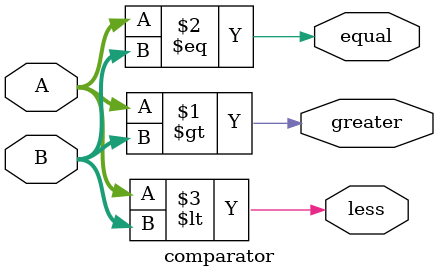
<source format=v>
`timescale 1ns / 1ps

module comparator(A, B, greater, equal, less);
   
parameter N = 4;
input wire [N-1:0] A;
input wire [N-1:0] B;
output wire greater;
output wire equal;
output wire less;

assign greater = (A > B);
assign equal = (A == B);
assign less = (A < B);

endmodule


</source>
